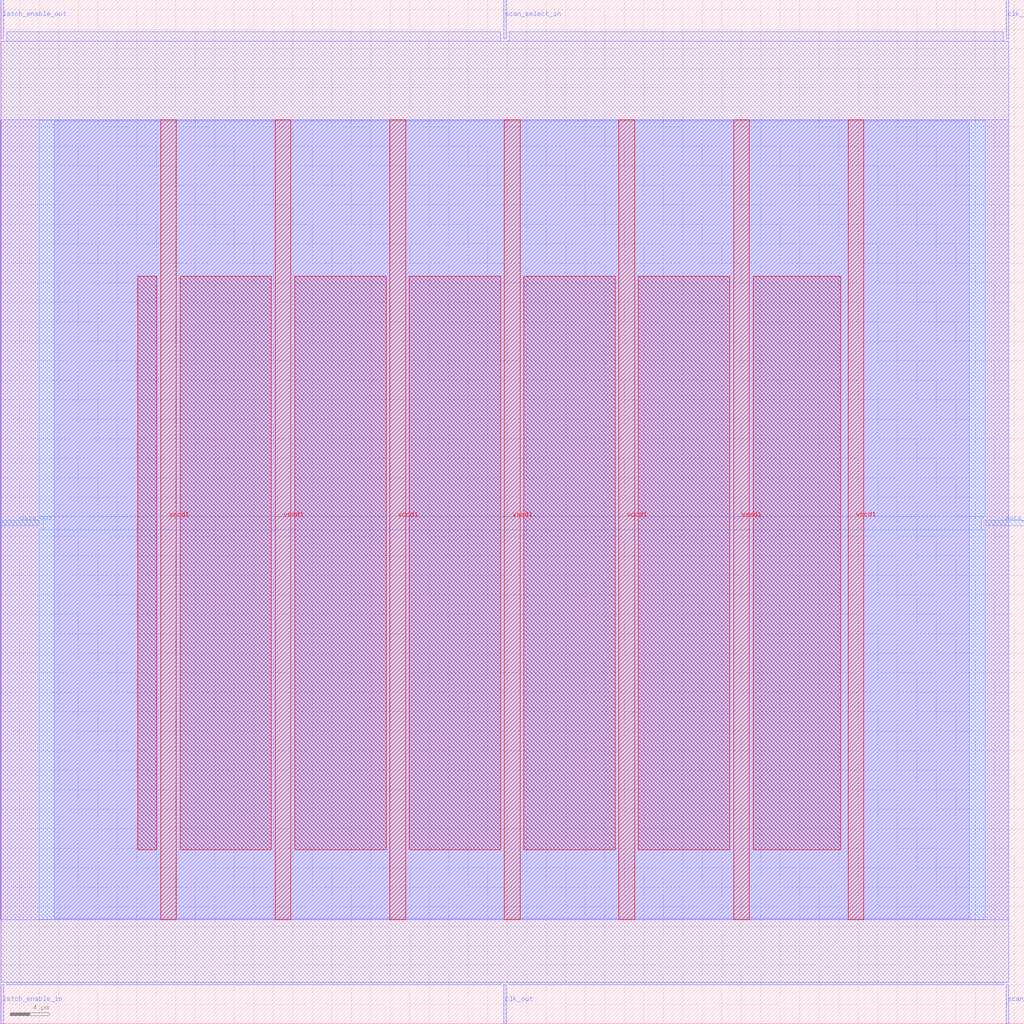
<source format=lef>
VERSION 5.7 ;
  NOWIREEXTENSIONATPIN ON ;
  DIVIDERCHAR "/" ;
  BUSBITCHARS "[]" ;
MACRO scan_wrapper_341450853309219412
  CLASS BLOCK ;
  FOREIGN scan_wrapper_341450853309219412 ;
  ORIGIN 0.000 0.000 ;
  SIZE 105.000 BY 105.000 ;
  PIN clk_in
    DIRECTION INPUT ;
    USE SIGNAL ;
    PORT
      LAYER met2 ;
        RECT 103.130 101.000 103.410 105.000 ;
    END
  END clk_in
  PIN clk_out
    DIRECTION OUTPUT TRISTATE ;
    USE SIGNAL ;
    PORT
      LAYER met2 ;
        RECT 51.610 0.000 51.890 4.000 ;
    END
  END clk_out
  PIN data_in
    DIRECTION INPUT ;
    USE SIGNAL ;
    PORT
      LAYER met3 ;
        RECT 101.000 51.040 105.000 51.640 ;
    END
  END data_in
  PIN data_out
    DIRECTION OUTPUT TRISTATE ;
    USE SIGNAL ;
    PORT
      LAYER met3 ;
        RECT 0.000 51.040 4.000 51.640 ;
    END
  END data_out
  PIN latch_enable_in
    DIRECTION INPUT ;
    USE SIGNAL ;
    PORT
      LAYER met2 ;
        RECT 0.090 0.000 0.370 4.000 ;
    END
  END latch_enable_in
  PIN latch_enable_out
    DIRECTION OUTPUT TRISTATE ;
    USE SIGNAL ;
    PORT
      LAYER met2 ;
        RECT 0.090 101.000 0.370 105.000 ;
    END
  END latch_enable_out
  PIN scan_select_in
    DIRECTION INPUT ;
    USE SIGNAL ;
    PORT
      LAYER met2 ;
        RECT 51.610 101.000 51.890 105.000 ;
    END
  END scan_select_in
  PIN scan_select_out
    DIRECTION OUTPUT TRISTATE ;
    USE SIGNAL ;
    PORT
      LAYER met2 ;
        RECT 103.130 0.000 103.410 4.000 ;
    END
  END scan_select_out
  PIN vccd1
    DIRECTION INOUT ;
    USE POWER ;
    PORT
      LAYER met4 ;
        RECT 16.465 10.640 18.065 92.720 ;
    END
    PORT
      LAYER met4 ;
        RECT 39.955 10.640 41.555 92.720 ;
    END
    PORT
      LAYER met4 ;
        RECT 63.445 10.640 65.045 92.720 ;
    END
    PORT
      LAYER met4 ;
        RECT 86.935 10.640 88.535 92.720 ;
    END
  END vccd1
  PIN vssd1
    DIRECTION INOUT ;
    USE GROUND ;
    PORT
      LAYER met4 ;
        RECT 28.210 10.640 29.810 92.720 ;
    END
    PORT
      LAYER met4 ;
        RECT 51.700 10.640 53.300 92.720 ;
    END
    PORT
      LAYER met4 ;
        RECT 75.190 10.640 76.790 92.720 ;
    END
  END vssd1
  OBS
      LAYER li1 ;
        RECT 5.520 10.795 99.360 92.565 ;
      LAYER met1 ;
        RECT 0.070 10.640 103.430 92.720 ;
      LAYER met2 ;
        RECT 0.650 100.720 51.330 101.730 ;
        RECT 52.170 100.720 102.850 101.730 ;
        RECT 0.100 4.280 103.400 100.720 ;
        RECT 0.650 4.000 51.330 4.280 ;
        RECT 52.170 4.000 102.850 4.280 ;
      LAYER met3 ;
        RECT 4.000 52.040 101.000 92.645 ;
        RECT 4.400 50.640 100.600 52.040 ;
        RECT 4.000 10.715 101.000 50.640 ;
      LAYER met4 ;
        RECT 14.095 17.855 16.065 76.665 ;
        RECT 18.465 17.855 27.810 76.665 ;
        RECT 30.210 17.855 39.555 76.665 ;
        RECT 41.955 17.855 51.300 76.665 ;
        RECT 53.700 17.855 63.045 76.665 ;
        RECT 65.445 17.855 74.790 76.665 ;
        RECT 77.190 17.855 86.185 76.665 ;
  END
END scan_wrapper_341450853309219412
END LIBRARY


</source>
